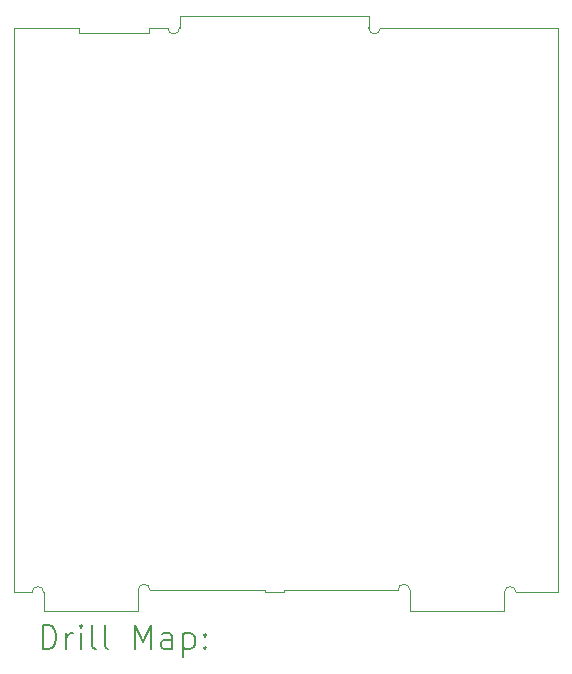
<source format=gbr>
%TF.GenerationSoftware,KiCad,Pcbnew,7.0.2*%
%TF.CreationDate,2023-07-30T22:15:09-04:00*%
%TF.ProjectId,ExternalFaces,45787465-726e-4616-9c46-616365732e6b,rev?*%
%TF.SameCoordinates,Original*%
%TF.FileFunction,Drillmap*%
%TF.FilePolarity,Positive*%
%FSLAX45Y45*%
G04 Gerber Fmt 4.5, Leading zero omitted, Abs format (unit mm)*
G04 Created by KiCad (PCBNEW 7.0.2) date 2023-07-30 22:15:09*
%MOMM*%
%LPD*%
G01*
G04 APERTURE LIST*
%ADD10C,0.100000*%
%ADD11C,0.050000*%
%ADD12C,0.200000*%
G04 APERTURE END LIST*
D10*
X10650000Y-7280000D02*
X11202000Y-7280000D01*
X13650000Y-7180000D02*
X12050000Y-7180000D01*
X10650000Y-12060000D02*
X10650000Y-7280000D01*
D11*
X11202000Y-7319000D02*
X11202000Y-7280000D01*
D10*
X11700000Y-12040000D02*
X11700000Y-12060000D01*
D11*
X11791000Y-7280000D02*
X11791000Y-7319000D01*
D10*
X13650000Y-7280000D02*
X13650000Y-7180000D01*
X12050000Y-7180000D02*
X12050000Y-7280000D01*
X14900000Y-12060000D02*
G75*
G03*
X14800000Y-12060000I-50000J0D01*
G01*
X14000000Y-12060000D02*
X14000000Y-12220000D01*
D11*
X11791000Y-7319000D02*
X11202000Y-7319000D01*
D10*
X11700000Y-12220000D02*
X10900000Y-12220000D01*
X13950000Y-7280000D02*
X13750000Y-7280000D01*
X14900000Y-12060000D02*
X15050000Y-12060000D01*
X10900000Y-12060000D02*
G75*
G03*
X10800000Y-12060000I-50000J0D01*
G01*
X14000000Y-12040000D02*
G75*
G03*
X13900000Y-12040000I-50000J0D01*
G01*
X12930000Y-12040000D02*
X12930000Y-12060000D01*
D11*
X11851000Y-7280000D02*
X11791000Y-7280000D01*
D10*
X12770000Y-12040000D02*
X12770000Y-12060000D01*
X11700000Y-12060000D02*
X11700000Y-12220000D01*
X11950000Y-7280000D02*
G75*
G03*
X12050000Y-7280000I50000J0D01*
G01*
X15050000Y-12060000D02*
X15250000Y-12060000D01*
X12770000Y-12040000D02*
X11800000Y-12040000D01*
X14800000Y-12220000D02*
X14800000Y-12060000D01*
X10900000Y-12220000D02*
X10900000Y-12060000D01*
X15250000Y-7280000D02*
X15250000Y-12060000D01*
X10800000Y-12060000D02*
X10650000Y-12060000D01*
X11800000Y-12040000D02*
G75*
G03*
X11700000Y-12040000I-50000J0D01*
G01*
D11*
X11950000Y-7280000D02*
X11851000Y-7280000D01*
D10*
X13650000Y-7280000D02*
G75*
G03*
X13750000Y-7280000I50000J0D01*
G01*
X12930000Y-12060000D02*
X12770000Y-12060000D01*
X14000000Y-12220000D02*
X14800000Y-12220000D01*
X14000000Y-12040000D02*
X14000000Y-12060000D01*
X13900000Y-12040000D02*
X12930000Y-12040000D01*
X15250000Y-7280000D02*
X13950000Y-7280000D01*
D12*
X10892619Y-12537524D02*
X10892619Y-12337524D01*
X10892619Y-12337524D02*
X10940238Y-12337524D01*
X10940238Y-12337524D02*
X10968810Y-12347048D01*
X10968810Y-12347048D02*
X10987857Y-12366095D01*
X10987857Y-12366095D02*
X10997381Y-12385143D01*
X10997381Y-12385143D02*
X11006905Y-12423238D01*
X11006905Y-12423238D02*
X11006905Y-12451809D01*
X11006905Y-12451809D02*
X10997381Y-12489905D01*
X10997381Y-12489905D02*
X10987857Y-12508952D01*
X10987857Y-12508952D02*
X10968810Y-12528000D01*
X10968810Y-12528000D02*
X10940238Y-12537524D01*
X10940238Y-12537524D02*
X10892619Y-12537524D01*
X11092619Y-12537524D02*
X11092619Y-12404190D01*
X11092619Y-12442286D02*
X11102143Y-12423238D01*
X11102143Y-12423238D02*
X11111667Y-12413714D01*
X11111667Y-12413714D02*
X11130714Y-12404190D01*
X11130714Y-12404190D02*
X11149762Y-12404190D01*
X11216428Y-12537524D02*
X11216428Y-12404190D01*
X11216428Y-12337524D02*
X11206905Y-12347048D01*
X11206905Y-12347048D02*
X11216428Y-12356571D01*
X11216428Y-12356571D02*
X11225952Y-12347048D01*
X11225952Y-12347048D02*
X11216428Y-12337524D01*
X11216428Y-12337524D02*
X11216428Y-12356571D01*
X11340238Y-12537524D02*
X11321190Y-12528000D01*
X11321190Y-12528000D02*
X11311667Y-12508952D01*
X11311667Y-12508952D02*
X11311667Y-12337524D01*
X11445000Y-12537524D02*
X11425952Y-12528000D01*
X11425952Y-12528000D02*
X11416428Y-12508952D01*
X11416428Y-12508952D02*
X11416428Y-12337524D01*
X11673571Y-12537524D02*
X11673571Y-12337524D01*
X11673571Y-12337524D02*
X11740238Y-12480381D01*
X11740238Y-12480381D02*
X11806905Y-12337524D01*
X11806905Y-12337524D02*
X11806905Y-12537524D01*
X11987857Y-12537524D02*
X11987857Y-12432762D01*
X11987857Y-12432762D02*
X11978333Y-12413714D01*
X11978333Y-12413714D02*
X11959286Y-12404190D01*
X11959286Y-12404190D02*
X11921190Y-12404190D01*
X11921190Y-12404190D02*
X11902143Y-12413714D01*
X11987857Y-12528000D02*
X11968809Y-12537524D01*
X11968809Y-12537524D02*
X11921190Y-12537524D01*
X11921190Y-12537524D02*
X11902143Y-12528000D01*
X11902143Y-12528000D02*
X11892619Y-12508952D01*
X11892619Y-12508952D02*
X11892619Y-12489905D01*
X11892619Y-12489905D02*
X11902143Y-12470857D01*
X11902143Y-12470857D02*
X11921190Y-12461333D01*
X11921190Y-12461333D02*
X11968809Y-12461333D01*
X11968809Y-12461333D02*
X11987857Y-12451809D01*
X12083095Y-12404190D02*
X12083095Y-12604190D01*
X12083095Y-12413714D02*
X12102143Y-12404190D01*
X12102143Y-12404190D02*
X12140238Y-12404190D01*
X12140238Y-12404190D02*
X12159286Y-12413714D01*
X12159286Y-12413714D02*
X12168809Y-12423238D01*
X12168809Y-12423238D02*
X12178333Y-12442286D01*
X12178333Y-12442286D02*
X12178333Y-12499428D01*
X12178333Y-12499428D02*
X12168809Y-12518476D01*
X12168809Y-12518476D02*
X12159286Y-12528000D01*
X12159286Y-12528000D02*
X12140238Y-12537524D01*
X12140238Y-12537524D02*
X12102143Y-12537524D01*
X12102143Y-12537524D02*
X12083095Y-12528000D01*
X12264048Y-12518476D02*
X12273571Y-12528000D01*
X12273571Y-12528000D02*
X12264048Y-12537524D01*
X12264048Y-12537524D02*
X12254524Y-12528000D01*
X12254524Y-12528000D02*
X12264048Y-12518476D01*
X12264048Y-12518476D02*
X12264048Y-12537524D01*
X12264048Y-12413714D02*
X12273571Y-12423238D01*
X12273571Y-12423238D02*
X12264048Y-12432762D01*
X12264048Y-12432762D02*
X12254524Y-12423238D01*
X12254524Y-12423238D02*
X12264048Y-12413714D01*
X12264048Y-12413714D02*
X12264048Y-12432762D01*
M02*

</source>
